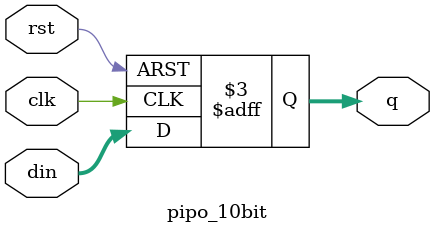
<source format=v>
`timescale 1ns / 1ps

module MAC_8(
input [3:0] a,b,
input clk,rst,
output [9:0] y
);
wire [3:0] w1,w2;
wire [7:0] w3,w4;
wire [9:0] w5,w6;
pipo_4bit r1 (a,clk,rst,w1);
pipo_4bit r2 (b,clk,rst,w2);
pipo_8bit r3 (w3,clk,rst,w4);
pipo_10bit r4 (w5,clk,rst,w6);
assign w3=w1*w2;
assign w5=w4+w6;
assign y = w6;
endmodule


module pipo_4bit(
input[3:0] din,
input clk,rst,
output reg [3:0] q);
always @ (posedge clk or negedge rst)
if (!rst)
q <= 4'b0000;
else
q <= din;
endmodule


module pipo_8bit(
input[7:0] din,
input clk,rst,
output reg [7:0] q);
always @ (posedge clk or negedge rst)
if (!rst)
q <= 8'b00000000;
else
q <= din;
endmodule


module pipo_10bit(
input[9:0] din,
input clk,rst,
output reg [9:0] q);
always @ (posedge clk or negedge rst)
if (!rst)
q <= 10'b0000000000;
else
q <= din;
endmodule

</source>
